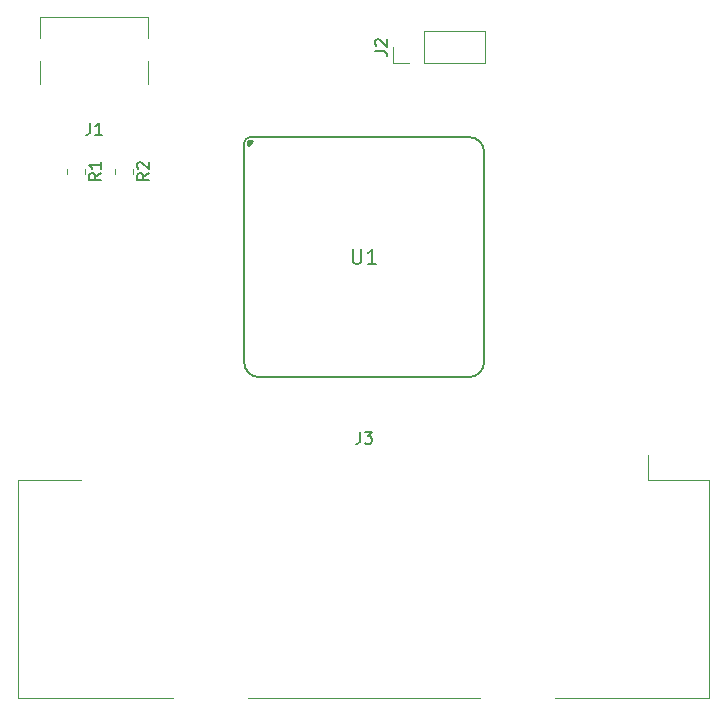
<source format=gbr>
%TF.GenerationSoftware,KiCad,Pcbnew,6.0.5-a6ca702e91~116~ubuntu22.04.1*%
%TF.CreationDate,2022-06-05T12:33:17+01:00*%
%TF.ProjectId,gba-cart-pga,6762612d-6361-4727-942d-7067612e6b69,rev?*%
%TF.SameCoordinates,Original*%
%TF.FileFunction,Legend,Top*%
%TF.FilePolarity,Positive*%
%FSLAX46Y46*%
G04 Gerber Fmt 4.6, Leading zero omitted, Abs format (unit mm)*
G04 Created by KiCad (PCBNEW 6.0.5-a6ca702e91~116~ubuntu22.04.1) date 2022-06-05 12:33:17*
%MOMM*%
%LPD*%
G01*
G04 APERTURE LIST*
%ADD10C,0.150000*%
%ADD11C,0.120000*%
%ADD12C,0.200000*%
%ADD13C,0.220000*%
G04 APERTURE END LIST*
D10*
%TO.C,R2*%
X116402380Y-94511666D02*
X115926190Y-94845000D01*
X116402380Y-95083095D02*
X115402380Y-95083095D01*
X115402380Y-94702142D01*
X115450000Y-94606904D01*
X115497619Y-94559285D01*
X115592857Y-94511666D01*
X115735714Y-94511666D01*
X115830952Y-94559285D01*
X115878571Y-94606904D01*
X115926190Y-94702142D01*
X115926190Y-95083095D01*
X115497619Y-94130714D02*
X115450000Y-94083095D01*
X115402380Y-93987857D01*
X115402380Y-93749761D01*
X115450000Y-93654523D01*
X115497619Y-93606904D01*
X115592857Y-93559285D01*
X115688095Y-93559285D01*
X115830952Y-93606904D01*
X116402380Y-94178333D01*
X116402380Y-93559285D01*
%TO.C,J3*%
X134286666Y-116402380D02*
X134286666Y-117116666D01*
X134239047Y-117259523D01*
X134143809Y-117354761D01*
X134000952Y-117402380D01*
X133905714Y-117402380D01*
X134667619Y-116402380D02*
X135286666Y-116402380D01*
X134953333Y-116783333D01*
X135096190Y-116783333D01*
X135191428Y-116830952D01*
X135239047Y-116878571D01*
X135286666Y-116973809D01*
X135286666Y-117211904D01*
X135239047Y-117307142D01*
X135191428Y-117354761D01*
X135096190Y-117402380D01*
X134810476Y-117402380D01*
X134715238Y-117354761D01*
X134667619Y-117307142D01*
%TO.C,R1*%
X112322380Y-94511666D02*
X111846190Y-94845000D01*
X112322380Y-95083095D02*
X111322380Y-95083095D01*
X111322380Y-94702142D01*
X111370000Y-94606904D01*
X111417619Y-94559285D01*
X111512857Y-94511666D01*
X111655714Y-94511666D01*
X111750952Y-94559285D01*
X111798571Y-94606904D01*
X111846190Y-94702142D01*
X111846190Y-95083095D01*
X112322380Y-93559285D02*
X112322380Y-94130714D01*
X112322380Y-93845000D02*
X111322380Y-93845000D01*
X111465238Y-93940238D01*
X111560476Y-94035476D01*
X111608095Y-94130714D01*
%TO.C,J2*%
X135552380Y-84153333D02*
X136266666Y-84153333D01*
X136409523Y-84200952D01*
X136504761Y-84296190D01*
X136552380Y-84439047D01*
X136552380Y-84534285D01*
X135647619Y-83724761D02*
X135600000Y-83677142D01*
X135552380Y-83581904D01*
X135552380Y-83343809D01*
X135600000Y-83248571D01*
X135647619Y-83200952D01*
X135742857Y-83153333D01*
X135838095Y-83153333D01*
X135980952Y-83200952D01*
X136552380Y-83772380D01*
X136552380Y-83153333D01*
%TO.C,J1*%
X111426666Y-90257380D02*
X111426666Y-90971666D01*
X111379047Y-91114523D01*
X111283809Y-91209761D01*
X111140952Y-91257380D01*
X111045714Y-91257380D01*
X112426666Y-91257380D02*
X111855238Y-91257380D01*
X112140952Y-91257380D02*
X112140952Y-90257380D01*
X112045714Y-90400238D01*
X111950476Y-90495476D01*
X111855238Y-90543095D01*
%TO.C,U1*%
X133652380Y-100904523D02*
X133652380Y-101932619D01*
X133712857Y-102053571D01*
X133773333Y-102114047D01*
X133894285Y-102174523D01*
X134136190Y-102174523D01*
X134257142Y-102114047D01*
X134317619Y-102053571D01*
X134378095Y-101932619D01*
X134378095Y-100904523D01*
X135648095Y-102174523D02*
X134922380Y-102174523D01*
X135285238Y-102174523D02*
X135285238Y-100904523D01*
X135164285Y-101085952D01*
X135043333Y-101206904D01*
X134922380Y-101267380D01*
D11*
%TO.C,R2*%
X113565000Y-94117936D02*
X113565000Y-94572064D01*
X115035000Y-94117936D02*
X115035000Y-94572064D01*
%TO.C,J3*%
X105320000Y-138950000D02*
X118420000Y-138950000D01*
X150820000Y-138950000D02*
X163820000Y-138950000D01*
X105320000Y-120450000D02*
X110620000Y-120450000D01*
X163820000Y-120450000D02*
X163820000Y-138950000D01*
X158620000Y-120450000D02*
X158620000Y-118350000D01*
X163820000Y-120450000D02*
X158620000Y-120450000D01*
X124820000Y-138950000D02*
X144420000Y-138950000D01*
X105320000Y-120450000D02*
X105320000Y-138950000D01*
%TO.C,R1*%
X109485000Y-94117936D02*
X109485000Y-94572064D01*
X110955000Y-94117936D02*
X110955000Y-94572064D01*
%TO.C,J2*%
X144840000Y-85150000D02*
X144840000Y-82490000D01*
X138430000Y-85150000D02*
X137100000Y-85150000D01*
X139700000Y-85150000D02*
X139700000Y-82490000D01*
X139700000Y-85150000D02*
X144840000Y-85150000D01*
X139700000Y-82490000D02*
X144840000Y-82490000D01*
X137100000Y-85150000D02*
X137100000Y-83820000D01*
%TO.C,J1*%
X107180000Y-81305000D02*
X116340000Y-81305000D01*
X107180000Y-83010000D02*
X107180000Y-81305000D01*
X116340000Y-81305000D02*
X116340000Y-83010000D01*
X107180000Y-85020000D02*
X107180000Y-86940000D01*
X116340000Y-86940000D02*
X116340000Y-85020000D01*
D12*
%TO.C,U1*%
X144780000Y-92710000D02*
X144780000Y-110490000D01*
X143510000Y-111760000D02*
X125730000Y-111760000D01*
X124460000Y-110490000D02*
X124460000Y-91940000D01*
D13*
X125095000Y-91775000D02*
X124795000Y-92075000D01*
D12*
X124960000Y-91440000D02*
X143510000Y-91440000D01*
D13*
X124795000Y-91775000D02*
X124795000Y-92075000D01*
X124795000Y-91775000D02*
X125095000Y-91775000D01*
D12*
X124460000Y-110490000D02*
G75*
G03*
X125730000Y-111760000I1269999J-1D01*
G01*
X124960000Y-91440000D02*
G75*
G03*
X124460000Y-91940000I1J-500001D01*
G01*
X144780000Y-92710000D02*
G75*
G03*
X143510000Y-91440000I-1270000J0D01*
G01*
X143510000Y-111760000D02*
G75*
G03*
X144780000Y-110490000I0J1270000D01*
G01*
%TD*%
M02*

</source>
